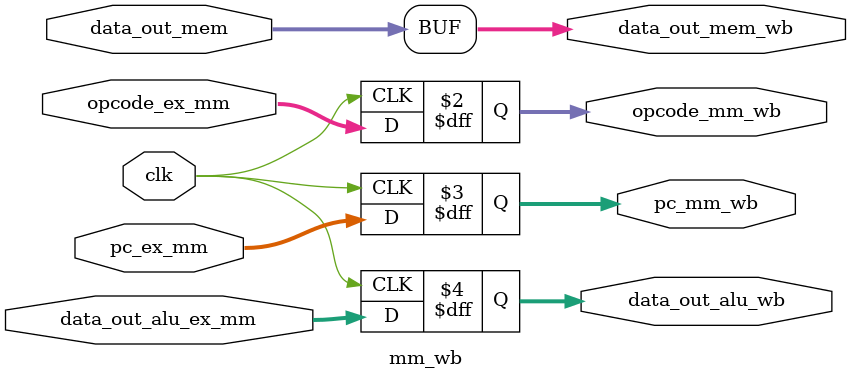
<source format=sv>
module mm_wb (
  input clk,
  input [31:0] data_out_mem,
  input [5:0] opcode_ex_mm,
  input [31:0] pc_ex_mm,
  input [31:0] data_out_alu_ex_mm,
  output reg [31:0] data_out_mem_wb,
  output reg [5:0] opcode_mm_wb,
  output reg [31:0] pc_mm_wb,
  output reg [31:0] data_out_alu_wb
  );

  assign data_out_mem_wb = data_out_mem;
  always @ (posedge clk) begin
    opcode_mm_wb <= opcode_ex_mm;
    pc_mm_wb <= pc_ex_mm;
    data_out_alu_wb <= data_out_alu_ex_mm;
  end

endmodule // mm_wb

</source>
